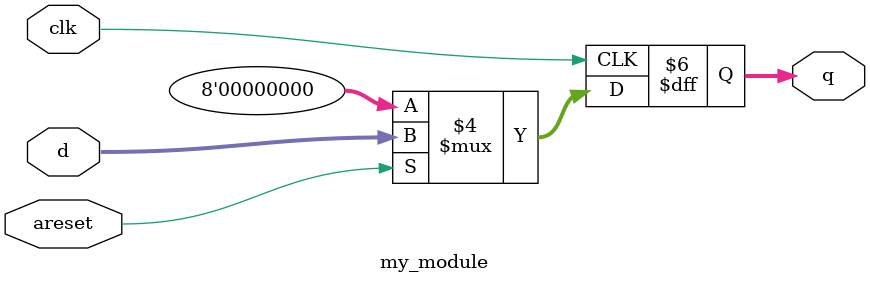
<source format=sv>
module my_module (
    input logic clk,
    input logic areset,
    input logic [7:0] d,
    output logic [7:0] q
);

    always @(posedge clk) begin
        if (areset == 1'b0) begin
            q <= 8'b0;
        end else begin
            q <= d;
        end
    end

endmodule
</source>
